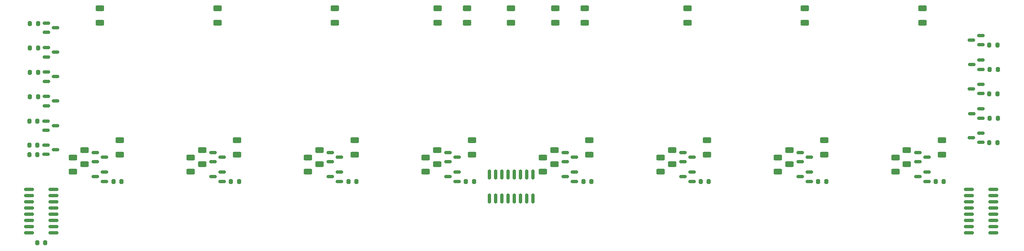
<source format=gbr>
%TF.GenerationSoftware,KiCad,Pcbnew,8.0.3*%
%TF.CreationDate,2024-06-09T23:29:50+12:00*%
%TF.ProjectId,nixie_board,6e697869-655f-4626-9f61-72642e6b6963,0.1.0*%
%TF.SameCoordinates,Original*%
%TF.FileFunction,Paste,Top*%
%TF.FilePolarity,Positive*%
%FSLAX46Y46*%
G04 Gerber Fmt 4.6, Leading zero omitted, Abs format (unit mm)*
G04 Created by KiCad (PCBNEW 8.0.3) date 2024-06-09 23:29:50*
%MOMM*%
%LPD*%
G01*
G04 APERTURE LIST*
G04 Aperture macros list*
%AMRoundRect*
0 Rectangle with rounded corners*
0 $1 Rounding radius*
0 $2 $3 $4 $5 $6 $7 $8 $9 X,Y pos of 4 corners*
0 Add a 4 corners polygon primitive as box body*
4,1,4,$2,$3,$4,$5,$6,$7,$8,$9,$2,$3,0*
0 Add four circle primitives for the rounded corners*
1,1,$1+$1,$2,$3*
1,1,$1+$1,$4,$5*
1,1,$1+$1,$6,$7*
1,1,$1+$1,$8,$9*
0 Add four rect primitives between the rounded corners*
20,1,$1+$1,$2,$3,$4,$5,0*
20,1,$1+$1,$4,$5,$6,$7,0*
20,1,$1+$1,$6,$7,$8,$9,0*
20,1,$1+$1,$8,$9,$2,$3,0*%
G04 Aperture macros list end*
%ADD10RoundRect,0.200000X-0.200000X-0.275000X0.200000X-0.275000X0.200000X0.275000X-0.200000X0.275000X0*%
%ADD11RoundRect,0.200000X0.200000X0.275000X-0.200000X0.275000X-0.200000X-0.275000X0.200000X-0.275000X0*%
%ADD12RoundRect,0.150000X-0.587500X-0.150000X0.587500X-0.150000X0.587500X0.150000X-0.587500X0.150000X0*%
%ADD13RoundRect,0.250000X0.625000X-0.312500X0.625000X0.312500X-0.625000X0.312500X-0.625000X-0.312500X0*%
%ADD14RoundRect,0.250000X-0.625000X0.312500X-0.625000X-0.312500X0.625000X-0.312500X0.625000X0.312500X0*%
%ADD15RoundRect,0.150000X0.587500X0.150000X-0.587500X0.150000X-0.587500X-0.150000X0.587500X-0.150000X0*%
%ADD16RoundRect,0.150000X0.825000X0.150000X-0.825000X0.150000X-0.825000X-0.150000X0.825000X-0.150000X0*%
%ADD17RoundRect,0.150000X0.150000X-0.825000X0.150000X0.825000X-0.150000X0.825000X-0.150000X-0.825000X0*%
%ADD18RoundRect,0.150000X-0.825000X-0.150000X0.825000X-0.150000X0.825000X0.150000X-0.825000X0.150000X0*%
G04 APERTURE END LIST*
D10*
%TO.C,R1*%
X56175000Y-111500000D03*
X57825000Y-111500000D03*
%TD*%
%TO.C,R3*%
X54575000Y-86600000D03*
X56225000Y-86600000D03*
%TD*%
D11*
%TO.C,R32*%
X97387500Y-98950000D03*
X95737500Y-98950000D03*
%TD*%
D12*
%TO.C,Q14*%
X92062500Y-93050000D03*
X92062500Y-94950000D03*
X93937500Y-94000000D03*
%TD*%
D13*
%TO.C,R37*%
X137860000Y-95462500D03*
X137860000Y-92537500D03*
%TD*%
%TO.C,R23*%
X213000000Y-66462500D03*
X213000000Y-63537500D03*
%TD*%
D10*
%TO.C,R10*%
X54675000Y-66600000D03*
X56325000Y-66600000D03*
%TD*%
D14*
%TO.C,R50*%
X207490000Y-94057500D03*
X207490000Y-96982500D03*
%TD*%
D10*
%TO.C,R9*%
X54675000Y-71600000D03*
X56325000Y-71600000D03*
%TD*%
D11*
%TO.C,R28*%
X73387500Y-98950000D03*
X71737500Y-98950000D03*
%TD*%
D15*
%TO.C,Q15*%
X93937500Y-98950000D03*
X93937500Y-97050000D03*
X92062500Y-98000000D03*
%TD*%
D13*
%TO.C,R17*%
X162000000Y-66462500D03*
X162000000Y-63537500D03*
%TD*%
%TO.C,R33*%
X113860000Y-95462500D03*
X113860000Y-92537500D03*
%TD*%
D14*
%TO.C,R26*%
X63490000Y-94057500D03*
X63490000Y-96982500D03*
%TD*%
D16*
%TO.C,U1*%
X251475000Y-109445000D03*
X251475000Y-108175000D03*
X251475000Y-106905000D03*
X251475000Y-105635000D03*
X251475000Y-104365000D03*
X251475000Y-103095000D03*
X251475000Y-101825000D03*
X251475000Y-100555000D03*
X246525000Y-100555000D03*
X246525000Y-101825000D03*
X246525000Y-103095000D03*
X246525000Y-104365000D03*
X246525000Y-105635000D03*
X246525000Y-106905000D03*
X246525000Y-108175000D03*
X246525000Y-109445000D03*
%TD*%
D14*
%TO.C,R54*%
X231490000Y-94057500D03*
X231490000Y-96982500D03*
%TD*%
D13*
%TO.C,R51*%
X217000000Y-93462500D03*
X217000000Y-90537500D03*
%TD*%
D12*
%TO.C,Q18*%
X140062500Y-93050000D03*
X140062500Y-94950000D03*
X141937500Y-94000000D03*
%TD*%
D13*
%TO.C,R53*%
X233860000Y-95462500D03*
X233860000Y-92537500D03*
%TD*%
D12*
%TO.C,Q2*%
X58000000Y-86600000D03*
X58000000Y-88500000D03*
X59875000Y-87550000D03*
%TD*%
%TO.C,Q11*%
X58000000Y-91500000D03*
X58000000Y-93400000D03*
X59875000Y-92450000D03*
%TD*%
D13*
%TO.C,R21*%
X189000000Y-66462500D03*
X189000000Y-63537500D03*
%TD*%
D10*
%TO.C,R4*%
X54675000Y-81600000D03*
X56325000Y-81600000D03*
%TD*%
D13*
%TO.C,R55*%
X241000000Y-93462500D03*
X241000000Y-90537500D03*
%TD*%
D12*
%TO.C,Q22*%
X188062500Y-93050000D03*
X188062500Y-94950000D03*
X189937500Y-94000000D03*
%TD*%
D13*
%TO.C,R31*%
X97000000Y-93462500D03*
X97000000Y-90537500D03*
%TD*%
D15*
%TO.C,Q21*%
X165937500Y-98950000D03*
X165937500Y-97050000D03*
X164062500Y-98000000D03*
%TD*%
D13*
%TO.C,R41*%
X161860000Y-95462500D03*
X161860000Y-92537500D03*
%TD*%
D11*
%TO.C,R52*%
X217387500Y-98950000D03*
X215737500Y-98950000D03*
%TD*%
D10*
%TO.C,R8*%
X54675000Y-76600000D03*
X56325000Y-76600000D03*
%TD*%
D12*
%TO.C,Q4*%
X58062500Y-76550000D03*
X58062500Y-78450000D03*
X59937500Y-77500000D03*
%TD*%
D13*
%TO.C,R16*%
X153000000Y-66462500D03*
X153000000Y-63537500D03*
%TD*%
D15*
%TO.C,Q19*%
X141937500Y-98950000D03*
X141937500Y-97050000D03*
X140062500Y-98000000D03*
%TD*%
%TO.C,Q23*%
X189937500Y-98950000D03*
X189937500Y-97050000D03*
X188062500Y-98000000D03*
%TD*%
D14*
%TO.C,R38*%
X135490000Y-94057500D03*
X135490000Y-96982500D03*
%TD*%
D13*
%TO.C,R18*%
X168000000Y-66462500D03*
X168000000Y-63537500D03*
%TD*%
D11*
%TO.C,R44*%
X169387500Y-98950000D03*
X167737500Y-98950000D03*
%TD*%
D17*
%TO.C,U2*%
X148555000Y-102475000D03*
X149825000Y-102475000D03*
X151095000Y-102475000D03*
X152365000Y-102475000D03*
X153635000Y-102475000D03*
X154905000Y-102475000D03*
X156175000Y-102475000D03*
X157445000Y-102475000D03*
X157445000Y-97525000D03*
X156175000Y-97525000D03*
X154905000Y-97525000D03*
X153635000Y-97525000D03*
X152365000Y-97525000D03*
X151095000Y-97525000D03*
X149825000Y-97525000D03*
X148555000Y-97525000D03*
%TD*%
D13*
%TO.C,R27*%
X73000000Y-93462500D03*
X73000000Y-90537500D03*
%TD*%
D11*
%TO.C,R15*%
X252325000Y-81000000D03*
X250675000Y-81000000D03*
%TD*%
%TO.C,R2*%
X252325000Y-91000000D03*
X250675000Y-91000000D03*
%TD*%
D13*
%TO.C,R47*%
X193000000Y-93462500D03*
X193000000Y-90537500D03*
%TD*%
D15*
%TO.C,Q17*%
X117937500Y-98950000D03*
X117937500Y-97050000D03*
X116062500Y-98000000D03*
%TD*%
D12*
%TO.C,Q16*%
X116062500Y-93050000D03*
X116062500Y-94950000D03*
X117937500Y-94000000D03*
%TD*%
D11*
%TO.C,R13*%
X252325000Y-71000000D03*
X250675000Y-71000000D03*
%TD*%
D13*
%TO.C,R7*%
X117000000Y-66462500D03*
X117000000Y-63537500D03*
%TD*%
D11*
%TO.C,R19*%
X252425000Y-86000000D03*
X250775000Y-86000000D03*
%TD*%
D13*
%TO.C,R25*%
X65860000Y-95462500D03*
X65860000Y-92537500D03*
%TD*%
D11*
%TO.C,R40*%
X145387500Y-98950000D03*
X143737500Y-98950000D03*
%TD*%
%TO.C,R36*%
X121387500Y-98950000D03*
X119737500Y-98950000D03*
%TD*%
D13*
%TO.C,R49*%
X209860000Y-95462500D03*
X209860000Y-92537500D03*
%TD*%
D12*
%TO.C,Q26*%
X236062500Y-93050000D03*
X236062500Y-94950000D03*
X237937500Y-94000000D03*
%TD*%
%TO.C,Q3*%
X58062500Y-81550000D03*
X58062500Y-83450000D03*
X59937500Y-82500000D03*
%TD*%
D13*
%TO.C,R12*%
X144000000Y-66462500D03*
X144000000Y-63537500D03*
%TD*%
D10*
%TO.C,R20*%
X54575000Y-91500000D03*
X56225000Y-91500000D03*
%TD*%
D13*
%TO.C,R39*%
X145000000Y-93462500D03*
X145000000Y-90537500D03*
%TD*%
D12*
%TO.C,Q20*%
X164062500Y-93050000D03*
X164062500Y-94950000D03*
X165937500Y-94000000D03*
%TD*%
D11*
%TO.C,R56*%
X241387500Y-98950000D03*
X239737500Y-98950000D03*
%TD*%
D15*
%TO.C,Q9*%
X248937500Y-80950000D03*
X248937500Y-79050000D03*
X247062500Y-80000000D03*
%TD*%
%TO.C,Q8*%
X249000000Y-76000000D03*
X249000000Y-74100000D03*
X247125000Y-75050000D03*
%TD*%
D14*
%TO.C,R30*%
X87490000Y-94057500D03*
X87490000Y-96982500D03*
%TD*%
%TO.C,R34*%
X111490000Y-94057500D03*
X111490000Y-96982500D03*
%TD*%
D13*
%TO.C,R43*%
X169000000Y-93462500D03*
X169000000Y-90537500D03*
%TD*%
D12*
%TO.C,Q12*%
X68062500Y-93050000D03*
X68062500Y-94950000D03*
X69937500Y-94000000D03*
%TD*%
%TO.C,Q6*%
X58062500Y-66550000D03*
X58062500Y-68450000D03*
X59937500Y-67500000D03*
%TD*%
D13*
%TO.C,R35*%
X121000000Y-93462500D03*
X121000000Y-90537500D03*
%TD*%
D15*
%TO.C,Q25*%
X213937500Y-98950000D03*
X213937500Y-97050000D03*
X212062500Y-98000000D03*
%TD*%
D11*
%TO.C,R48*%
X193387500Y-98950000D03*
X191737500Y-98950000D03*
%TD*%
D15*
%TO.C,Q7*%
X248937500Y-70950000D03*
X248937500Y-69050000D03*
X247062500Y-70000000D03*
%TD*%
%TO.C,Q13*%
X69937500Y-98950000D03*
X69937500Y-97050000D03*
X68062500Y-98000000D03*
%TD*%
D11*
%TO.C,R22*%
X56225000Y-93500000D03*
X54575000Y-93500000D03*
%TD*%
D13*
%TO.C,R5*%
X69000000Y-66462500D03*
X69000000Y-63537500D03*
%TD*%
%TO.C,R24*%
X237000000Y-66462500D03*
X237000000Y-63537500D03*
%TD*%
%TO.C,R11*%
X138000000Y-66462500D03*
X138000000Y-63537500D03*
%TD*%
D12*
%TO.C,Q5*%
X58062500Y-71550000D03*
X58062500Y-73450000D03*
X59937500Y-72500000D03*
%TD*%
D15*
%TO.C,Q10*%
X249000000Y-86000000D03*
X249000000Y-84100000D03*
X247125000Y-85050000D03*
%TD*%
D13*
%TO.C,R45*%
X185860000Y-95462500D03*
X185860000Y-92537500D03*
%TD*%
D15*
%TO.C,Q1*%
X248937500Y-90950000D03*
X248937500Y-89050000D03*
X247062500Y-90000000D03*
%TD*%
D18*
%TO.C,U3*%
X54525000Y-100555000D03*
X54525000Y-101825000D03*
X54525000Y-103095000D03*
X54525000Y-104365000D03*
X54525000Y-105635000D03*
X54525000Y-106905000D03*
X54525000Y-108175000D03*
X54525000Y-109445000D03*
X59475000Y-109445000D03*
X59475000Y-108175000D03*
X59475000Y-106905000D03*
X59475000Y-105635000D03*
X59475000Y-104365000D03*
X59475000Y-103095000D03*
X59475000Y-101825000D03*
X59475000Y-100555000D03*
%TD*%
D15*
%TO.C,Q27*%
X237937500Y-98950000D03*
X237937500Y-97050000D03*
X236062500Y-98000000D03*
%TD*%
D13*
%TO.C,R29*%
X89860000Y-95462500D03*
X89860000Y-92537500D03*
%TD*%
D12*
%TO.C,Q24*%
X212062500Y-93050000D03*
X212062500Y-94950000D03*
X213937500Y-94000000D03*
%TD*%
D13*
%TO.C,R6*%
X93000000Y-66462500D03*
X93000000Y-63537500D03*
%TD*%
D14*
%TO.C,R46*%
X183490000Y-94057500D03*
X183490000Y-96982500D03*
%TD*%
%TO.C,R42*%
X159490000Y-94057500D03*
X159490000Y-96982500D03*
%TD*%
D11*
%TO.C,R14*%
X252425000Y-76000000D03*
X250775000Y-76000000D03*
%TD*%
M02*

</source>
